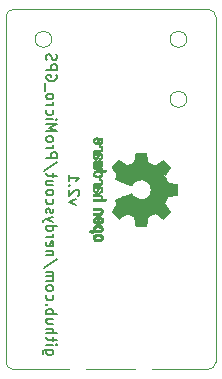
<source format=gbr>
%TF.GenerationSoftware,KiCad,Pcbnew,5.1.4-e60b266~84~ubuntu19.04.1*%
%TF.CreationDate,2020-03-13T22:18:47+00:00*%
%TF.ProjectId,ProMicro_GPS,50726f4d-6963-4726-9f5f-4750532e6b69,v2.2*%
%TF.SameCoordinates,Original*%
%TF.FileFunction,Legend,Bot*%
%TF.FilePolarity,Positive*%
%FSLAX45Y45*%
G04 Gerber Fmt 4.5, Leading zero omitted, Abs format (unit mm)*
G04 Created by KiCad (PCBNEW 5.1.4-e60b266~84~ubuntu19.04.1) date 2020-03-13 22:18:47*
%MOMM*%
%LPD*%
G04 APERTURE LIST*
%ADD10C,0.200000*%
%ADD11C,0.100000*%
%ADD12C,0.120000*%
%ADD13C,0.010000*%
%ADD14O,1.600000X1.600000*%
%ADD15R,1.600000X1.600000*%
%ADD16C,1.000000*%
%ADD17R,1.350000X4.200000*%
G04 APERTURE END LIST*
D10*
X12782786Y-9907571D02*
X12722786Y-9886143D01*
X12782786Y-9864714D01*
X12804214Y-9834714D02*
X12808500Y-9830429D01*
X12812786Y-9821857D01*
X12812786Y-9800429D01*
X12808500Y-9791857D01*
X12804214Y-9787571D01*
X12795643Y-9783286D01*
X12787071Y-9783286D01*
X12774214Y-9787571D01*
X12722786Y-9839000D01*
X12722786Y-9783286D01*
X12731357Y-9744714D02*
X12727071Y-9740429D01*
X12722786Y-9744714D01*
X12727071Y-9749000D01*
X12731357Y-9744714D01*
X12722786Y-9744714D01*
X12722786Y-9654714D02*
X12722786Y-9706143D01*
X12722786Y-9680429D02*
X12812786Y-9680429D01*
X12799928Y-9689000D01*
X12791357Y-9697571D01*
X12787071Y-9706143D01*
X12592286Y-11136000D02*
X12519428Y-11136000D01*
X12510857Y-11140286D01*
X12506571Y-11144571D01*
X12502286Y-11153143D01*
X12502286Y-11166000D01*
X12506571Y-11174571D01*
X12536571Y-11136000D02*
X12532286Y-11144571D01*
X12532286Y-11161714D01*
X12536571Y-11170286D01*
X12540857Y-11174571D01*
X12549428Y-11178857D01*
X12575143Y-11178857D01*
X12583714Y-11174571D01*
X12588000Y-11170286D01*
X12592286Y-11161714D01*
X12592286Y-11144571D01*
X12588000Y-11136000D01*
X12532286Y-11093143D02*
X12592286Y-11093143D01*
X12622286Y-11093143D02*
X12618000Y-11097429D01*
X12613714Y-11093143D01*
X12618000Y-11088857D01*
X12622286Y-11093143D01*
X12613714Y-11093143D01*
X12592286Y-11063143D02*
X12592286Y-11028857D01*
X12622286Y-11050286D02*
X12545143Y-11050286D01*
X12536571Y-11046000D01*
X12532286Y-11037429D01*
X12532286Y-11028857D01*
X12532286Y-10998857D02*
X12622286Y-10998857D01*
X12532286Y-10960286D02*
X12579428Y-10960286D01*
X12588000Y-10964571D01*
X12592286Y-10973143D01*
X12592286Y-10986000D01*
X12588000Y-10994571D01*
X12583714Y-10998857D01*
X12592286Y-10878857D02*
X12532286Y-10878857D01*
X12592286Y-10917429D02*
X12545143Y-10917429D01*
X12536571Y-10913143D01*
X12532286Y-10904571D01*
X12532286Y-10891714D01*
X12536571Y-10883143D01*
X12540857Y-10878857D01*
X12532286Y-10836000D02*
X12622286Y-10836000D01*
X12588000Y-10836000D02*
X12592286Y-10827429D01*
X12592286Y-10810286D01*
X12588000Y-10801714D01*
X12583714Y-10797429D01*
X12575143Y-10793143D01*
X12549428Y-10793143D01*
X12540857Y-10797429D01*
X12536571Y-10801714D01*
X12532286Y-10810286D01*
X12532286Y-10827429D01*
X12536571Y-10836000D01*
X12540857Y-10754571D02*
X12536571Y-10750286D01*
X12532286Y-10754571D01*
X12536571Y-10758857D01*
X12540857Y-10754571D01*
X12532286Y-10754571D01*
X12536571Y-10673143D02*
X12532286Y-10681714D01*
X12532286Y-10698857D01*
X12536571Y-10707429D01*
X12540857Y-10711714D01*
X12549428Y-10716000D01*
X12575143Y-10716000D01*
X12583714Y-10711714D01*
X12588000Y-10707429D01*
X12592286Y-10698857D01*
X12592286Y-10681714D01*
X12588000Y-10673143D01*
X12532286Y-10621714D02*
X12536571Y-10630286D01*
X12540857Y-10634571D01*
X12549428Y-10638857D01*
X12575143Y-10638857D01*
X12583714Y-10634571D01*
X12588000Y-10630286D01*
X12592286Y-10621714D01*
X12592286Y-10608857D01*
X12588000Y-10600286D01*
X12583714Y-10596000D01*
X12575143Y-10591714D01*
X12549428Y-10591714D01*
X12540857Y-10596000D01*
X12536571Y-10600286D01*
X12532286Y-10608857D01*
X12532286Y-10621714D01*
X12532286Y-10553143D02*
X12592286Y-10553143D01*
X12583714Y-10553143D02*
X12588000Y-10548857D01*
X12592286Y-10540286D01*
X12592286Y-10527429D01*
X12588000Y-10518857D01*
X12579428Y-10514571D01*
X12532286Y-10514571D01*
X12579428Y-10514571D02*
X12588000Y-10510286D01*
X12592286Y-10501714D01*
X12592286Y-10488857D01*
X12588000Y-10480286D01*
X12579428Y-10476000D01*
X12532286Y-10476000D01*
X12626571Y-10368857D02*
X12510857Y-10446000D01*
X12592286Y-10338857D02*
X12532286Y-10338857D01*
X12583714Y-10338857D02*
X12588000Y-10334571D01*
X12592286Y-10326000D01*
X12592286Y-10313143D01*
X12588000Y-10304571D01*
X12579428Y-10300286D01*
X12532286Y-10300286D01*
X12536571Y-10223143D02*
X12532286Y-10231714D01*
X12532286Y-10248857D01*
X12536571Y-10257429D01*
X12545143Y-10261714D01*
X12579428Y-10261714D01*
X12588000Y-10257429D01*
X12592286Y-10248857D01*
X12592286Y-10231714D01*
X12588000Y-10223143D01*
X12579428Y-10218857D01*
X12570857Y-10218857D01*
X12562286Y-10261714D01*
X12532286Y-10180286D02*
X12592286Y-10180286D01*
X12575143Y-10180286D02*
X12583714Y-10176000D01*
X12588000Y-10171714D01*
X12592286Y-10163143D01*
X12592286Y-10154571D01*
X12532286Y-10086000D02*
X12622286Y-10086000D01*
X12536571Y-10086000D02*
X12532286Y-10094571D01*
X12532286Y-10111714D01*
X12536571Y-10120286D01*
X12540857Y-10124571D01*
X12549428Y-10128857D01*
X12575143Y-10128857D01*
X12583714Y-10124571D01*
X12588000Y-10120286D01*
X12592286Y-10111714D01*
X12592286Y-10094571D01*
X12588000Y-10086000D01*
X12592286Y-10051714D02*
X12532286Y-10030286D01*
X12592286Y-10008857D02*
X12532286Y-10030286D01*
X12510857Y-10038857D01*
X12506571Y-10043143D01*
X12502286Y-10051714D01*
X12536571Y-9978857D02*
X12532286Y-9970286D01*
X12532286Y-9953143D01*
X12536571Y-9944571D01*
X12545143Y-9940286D01*
X12549428Y-9940286D01*
X12558000Y-9944571D01*
X12562286Y-9953143D01*
X12562286Y-9966000D01*
X12566571Y-9974571D01*
X12575143Y-9978857D01*
X12579428Y-9978857D01*
X12588000Y-9974571D01*
X12592286Y-9966000D01*
X12592286Y-9953143D01*
X12588000Y-9944571D01*
X12536571Y-9863143D02*
X12532286Y-9871714D01*
X12532286Y-9888857D01*
X12536571Y-9897429D01*
X12540857Y-9901714D01*
X12549428Y-9906000D01*
X12575143Y-9906000D01*
X12583714Y-9901714D01*
X12588000Y-9897429D01*
X12592286Y-9888857D01*
X12592286Y-9871714D01*
X12588000Y-9863143D01*
X12532286Y-9811714D02*
X12536571Y-9820286D01*
X12540857Y-9824571D01*
X12549428Y-9828857D01*
X12575143Y-9828857D01*
X12583714Y-9824571D01*
X12588000Y-9820286D01*
X12592286Y-9811714D01*
X12592286Y-9798857D01*
X12588000Y-9790286D01*
X12583714Y-9786000D01*
X12575143Y-9781714D01*
X12549428Y-9781714D01*
X12540857Y-9786000D01*
X12536571Y-9790286D01*
X12532286Y-9798857D01*
X12532286Y-9811714D01*
X12592286Y-9704571D02*
X12532286Y-9704571D01*
X12592286Y-9743143D02*
X12545143Y-9743143D01*
X12536571Y-9738857D01*
X12532286Y-9730286D01*
X12532286Y-9717429D01*
X12536571Y-9708857D01*
X12540857Y-9704571D01*
X12592286Y-9674571D02*
X12592286Y-9640286D01*
X12622286Y-9661714D02*
X12545143Y-9661714D01*
X12536571Y-9657429D01*
X12532286Y-9648857D01*
X12532286Y-9640286D01*
X12626571Y-9546000D02*
X12510857Y-9623143D01*
X12532286Y-9516000D02*
X12622286Y-9516000D01*
X12622286Y-9481714D01*
X12618000Y-9473143D01*
X12613714Y-9468857D01*
X12605143Y-9464571D01*
X12592286Y-9464571D01*
X12583714Y-9468857D01*
X12579428Y-9473143D01*
X12575143Y-9481714D01*
X12575143Y-9516000D01*
X12532286Y-9426000D02*
X12592286Y-9426000D01*
X12575143Y-9426000D02*
X12583714Y-9421714D01*
X12588000Y-9417429D01*
X12592286Y-9408857D01*
X12592286Y-9400286D01*
X12532286Y-9357429D02*
X12536571Y-9366000D01*
X12540857Y-9370286D01*
X12549428Y-9374571D01*
X12575143Y-9374571D01*
X12583714Y-9370286D01*
X12588000Y-9366000D01*
X12592286Y-9357429D01*
X12592286Y-9344571D01*
X12588000Y-9336000D01*
X12583714Y-9331714D01*
X12575143Y-9327429D01*
X12549428Y-9327429D01*
X12540857Y-9331714D01*
X12536571Y-9336000D01*
X12532286Y-9344571D01*
X12532286Y-9357429D01*
X12532286Y-9288857D02*
X12622286Y-9288857D01*
X12558000Y-9258857D01*
X12622286Y-9228857D01*
X12532286Y-9228857D01*
X12532286Y-9186000D02*
X12592286Y-9186000D01*
X12622286Y-9186000D02*
X12618000Y-9190286D01*
X12613714Y-9186000D01*
X12618000Y-9181714D01*
X12622286Y-9186000D01*
X12613714Y-9186000D01*
X12536571Y-9104571D02*
X12532286Y-9113143D01*
X12532286Y-9130286D01*
X12536571Y-9138857D01*
X12540857Y-9143143D01*
X12549428Y-9147429D01*
X12575143Y-9147429D01*
X12583714Y-9143143D01*
X12588000Y-9138857D01*
X12592286Y-9130286D01*
X12592286Y-9113143D01*
X12588000Y-9104571D01*
X12532286Y-9066000D02*
X12592286Y-9066000D01*
X12575143Y-9066000D02*
X12583714Y-9061714D01*
X12588000Y-9057429D01*
X12592286Y-9048857D01*
X12592286Y-9040286D01*
X12532286Y-8997429D02*
X12536571Y-9006000D01*
X12540857Y-9010286D01*
X12549428Y-9014571D01*
X12575143Y-9014571D01*
X12583714Y-9010286D01*
X12588000Y-9006000D01*
X12592286Y-8997429D01*
X12592286Y-8984571D01*
X12588000Y-8976000D01*
X12583714Y-8971714D01*
X12575143Y-8967429D01*
X12549428Y-8967429D01*
X12540857Y-8971714D01*
X12536571Y-8976000D01*
X12532286Y-8984571D01*
X12532286Y-8997429D01*
X12523714Y-8950286D02*
X12523714Y-8881714D01*
X12618000Y-8813143D02*
X12622286Y-8821714D01*
X12622286Y-8834571D01*
X12618000Y-8847429D01*
X12609428Y-8856000D01*
X12600857Y-8860286D01*
X12583714Y-8864571D01*
X12570857Y-8864571D01*
X12553714Y-8860286D01*
X12545143Y-8856000D01*
X12536571Y-8847429D01*
X12532286Y-8834571D01*
X12532286Y-8826000D01*
X12536571Y-8813143D01*
X12540857Y-8808857D01*
X12570857Y-8808857D01*
X12570857Y-8826000D01*
X12532286Y-8770286D02*
X12622286Y-8770286D01*
X12622286Y-8736000D01*
X12618000Y-8727429D01*
X12613714Y-8723143D01*
X12605143Y-8718857D01*
X12592286Y-8718857D01*
X12583714Y-8723143D01*
X12579428Y-8727429D01*
X12575143Y-8736000D01*
X12575143Y-8770286D01*
X12536571Y-8684571D02*
X12532286Y-8671714D01*
X12532286Y-8650286D01*
X12536571Y-8641714D01*
X12540857Y-8637429D01*
X12549428Y-8633143D01*
X12558000Y-8633143D01*
X12566571Y-8637429D01*
X12570857Y-8641714D01*
X12575143Y-8650286D01*
X12579428Y-8667429D01*
X12583714Y-8676000D01*
X12588000Y-8680286D01*
X12596571Y-8684571D01*
X12605143Y-8684571D01*
X12613714Y-8680286D01*
X12618000Y-8676000D01*
X12622286Y-8667429D01*
X12622286Y-8646000D01*
X12618000Y-8633143D01*
D11*
X12255500Y-11303000D02*
G75*
G02X12192000Y-11239500I0J63500D01*
G01*
X12192000Y-8318500D02*
G75*
G02X12255500Y-8255000I63500J0D01*
G01*
X13906500Y-8255000D02*
G75*
G02X13970000Y-8318500I0J-63500D01*
G01*
X13970000Y-11239500D02*
G75*
G02X13906500Y-11303000I-63500J0D01*
G01*
X13970000Y-8318500D02*
X13970000Y-11239500D01*
X12255500Y-8255000D02*
X13906500Y-8255000D01*
X12192000Y-11239500D02*
X12192000Y-8318500D01*
X13906500Y-11303000D02*
X12255500Y-11303000D01*
D12*
X12579500Y-8509000D02*
G75*
G03X12579500Y-8509000I-70000J0D01*
G01*
X13722500Y-8509000D02*
G75*
G03X13722500Y-8509000I-70000J0D01*
G01*
X13722500Y-9017000D02*
G75*
G03X13722500Y-9017000I-70000J0D01*
G01*
D13*
G36*
X13642722Y-9765012D02*
G01*
X13642664Y-9754439D01*
X13642508Y-9746787D01*
X13642203Y-9741563D01*
X13641700Y-9738274D01*
X13640951Y-9736426D01*
X13639906Y-9735527D01*
X13638515Y-9735084D01*
X13638335Y-9735041D01*
X13635085Y-9734367D01*
X13628675Y-9733119D01*
X13619785Y-9731428D01*
X13609098Y-9729423D01*
X13597297Y-9727234D01*
X13596882Y-9727157D01*
X13585317Y-9724964D01*
X13575099Y-9722912D01*
X13566840Y-9721134D01*
X13561154Y-9719762D01*
X13558654Y-9718928D01*
X13558610Y-9718888D01*
X13557389Y-9716432D01*
X13555354Y-9711369D01*
X13552945Y-9704791D01*
X13552933Y-9704754D01*
X13549818Y-9696468D01*
X13545851Y-9686700D01*
X13541862Y-9677492D01*
X13541665Y-9677057D01*
X13534858Y-9662059D01*
X13557536Y-9628850D01*
X13564450Y-9618663D01*
X13570630Y-9609434D01*
X13575727Y-9601700D01*
X13579387Y-9595994D01*
X13581261Y-9592851D01*
X13581400Y-9592552D01*
X13580781Y-9590268D01*
X13577796Y-9586002D01*
X13572305Y-9579587D01*
X13564167Y-9570858D01*
X13555508Y-9561947D01*
X13546975Y-9553356D01*
X13539189Y-9545667D01*
X13532630Y-9539344D01*
X13527779Y-9534848D01*
X13525117Y-9532642D01*
X13524980Y-9532560D01*
X13523154Y-9532317D01*
X13520170Y-9533235D01*
X13515628Y-9535543D01*
X13509123Y-9539466D01*
X13500253Y-9545233D01*
X13488834Y-9552921D01*
X13478784Y-9559743D01*
X13469770Y-9565842D01*
X13462315Y-9570864D01*
X13456943Y-9574458D01*
X13454178Y-9576271D01*
X13453990Y-9576385D01*
X13451341Y-9576164D01*
X13446191Y-9574486D01*
X13439515Y-9571686D01*
X13437383Y-9570688D01*
X13427884Y-9566333D01*
X13417106Y-9561687D01*
X13407781Y-9557912D01*
X13400859Y-9555193D01*
X13395599Y-9553033D01*
X13392850Y-9551784D01*
X13392638Y-9551629D01*
X13392288Y-9549333D01*
X13391326Y-9543921D01*
X13389891Y-9536113D01*
X13388119Y-9526628D01*
X13386147Y-9516186D01*
X13384113Y-9505506D01*
X13382151Y-9495307D01*
X13380401Y-9486311D01*
X13378998Y-9479235D01*
X13378079Y-9474799D01*
X13377819Y-9473712D01*
X13377178Y-9472588D01*
X13375730Y-9471740D01*
X13372987Y-9471129D01*
X13368459Y-9470717D01*
X13361658Y-9470466D01*
X13352095Y-9470338D01*
X13339282Y-9470295D01*
X13334030Y-9470292D01*
X13291315Y-9470292D01*
X13289291Y-9480550D01*
X13288193Y-9486257D01*
X13286590Y-9494773D01*
X13284677Y-9505063D01*
X13282645Y-9516090D01*
X13282087Y-9519139D01*
X13280108Y-9529315D01*
X13278163Y-9538180D01*
X13276430Y-9544989D01*
X13275091Y-9549000D01*
X13274692Y-9549668D01*
X13271866Y-9551308D01*
X13266389Y-9553660D01*
X13259341Y-9556268D01*
X13257823Y-9556786D01*
X13248410Y-9560204D01*
X13237790Y-9564448D01*
X13228253Y-9568600D01*
X13228208Y-9568621D01*
X13213247Y-9575536D01*
X13146338Y-9530049D01*
X13117088Y-9559250D01*
X13108383Y-9568082D01*
X13100709Y-9576138D01*
X13094476Y-9582964D01*
X13090094Y-9588109D01*
X13087973Y-9591121D01*
X13087838Y-9591553D01*
X13088898Y-9594089D01*
X13091845Y-9599264D01*
X13096329Y-9606513D01*
X13102002Y-9615271D01*
X13108354Y-9624739D01*
X13114833Y-9634348D01*
X13120471Y-9642916D01*
X13124921Y-9649898D01*
X13127836Y-9654751D01*
X13128869Y-9656922D01*
X13127995Y-9659571D01*
X13125691Y-9664594D01*
X13122437Y-9670955D01*
X13122075Y-9671629D01*
X13117779Y-9680195D01*
X13115672Y-9686069D01*
X13115650Y-9689723D01*
X13117607Y-9691627D01*
X13117635Y-9691638D01*
X13119953Y-9692590D01*
X13125456Y-9694860D01*
X13133718Y-9698272D01*
X13144313Y-9702650D01*
X13156815Y-9707818D01*
X13170798Y-9713601D01*
X13184336Y-9719201D01*
X13199277Y-9725355D01*
X13213117Y-9731006D01*
X13225433Y-9735984D01*
X13235800Y-9740119D01*
X13243794Y-9743243D01*
X13248991Y-9745186D01*
X13250931Y-9745785D01*
X13253156Y-9744283D01*
X13256702Y-9740356D01*
X13260611Y-9735119D01*
X13272975Y-9720206D01*
X13287148Y-9708549D01*
X13302830Y-9700288D01*
X13319722Y-9695563D01*
X13337528Y-9694514D01*
X13345746Y-9695277D01*
X13362797Y-9699432D01*
X13377854Y-9706588D01*
X13390769Y-9716301D01*
X13401394Y-9728127D01*
X13409579Y-9741622D01*
X13415177Y-9756343D01*
X13418038Y-9771846D01*
X13418016Y-9787686D01*
X13414959Y-9803421D01*
X13408722Y-9818605D01*
X13399154Y-9832797D01*
X13393743Y-9838720D01*
X13379848Y-9850080D01*
X13364664Y-9857989D01*
X13348633Y-9862501D01*
X13332199Y-9863668D01*
X13315803Y-9861543D01*
X13299888Y-9856178D01*
X13284897Y-9847626D01*
X13271273Y-9835940D01*
X13260611Y-9822881D01*
X13256536Y-9817441D01*
X13253028Y-9813599D01*
X13250927Y-9812215D01*
X13248636Y-9812940D01*
X13243163Y-9815000D01*
X13234933Y-9818225D01*
X13224368Y-9822448D01*
X13211895Y-9827498D01*
X13197936Y-9833205D01*
X13184333Y-9838815D01*
X13169380Y-9845003D01*
X13155523Y-9850736D01*
X13143189Y-9855836D01*
X13132804Y-9860127D01*
X13124792Y-9863435D01*
X13119580Y-9865582D01*
X13117635Y-9866378D01*
X13115658Y-9868257D01*
X13115663Y-9871893D01*
X13117756Y-9877752D01*
X13122039Y-9886303D01*
X13122075Y-9886371D01*
X13125399Y-9892809D01*
X13127820Y-9898014D01*
X13128860Y-9900949D01*
X13128869Y-9901078D01*
X13127814Y-9903288D01*
X13124882Y-9908165D01*
X13120417Y-9915167D01*
X13114769Y-9923749D01*
X13108354Y-9933261D01*
X13101859Y-9942946D01*
X13096210Y-9951675D01*
X13091758Y-9958882D01*
X13088851Y-9964002D01*
X13087838Y-9966447D01*
X13089169Y-9968699D01*
X13092889Y-9973226D01*
X13098587Y-9979576D01*
X13105855Y-9987296D01*
X13114283Y-9995935D01*
X13117098Y-9998760D01*
X13146358Y-10027971D01*
X13178990Y-10005737D01*
X13189010Y-9998980D01*
X13198004Y-9993049D01*
X13205449Y-9988278D01*
X13210825Y-9984999D01*
X13213611Y-9983545D01*
X13213809Y-9983503D01*
X13216434Y-9984269D01*
X13221716Y-9986331D01*
X13228769Y-9989332D01*
X13233491Y-9991438D01*
X13242531Y-9995375D01*
X13251663Y-9999084D01*
X13259380Y-10001959D01*
X13261731Y-10002740D01*
X13268008Y-10004958D01*
X13272859Y-10007127D01*
X13274692Y-10008319D01*
X13275814Y-10010948D01*
X13277405Y-10016686D01*
X13279283Y-10024788D01*
X13281270Y-10034511D01*
X13282087Y-10038862D01*
X13284117Y-10049910D01*
X13286083Y-10060508D01*
X13287791Y-10069620D01*
X13289048Y-10076209D01*
X13289291Y-10077450D01*
X13291315Y-10087708D01*
X13334030Y-10087708D01*
X13348075Y-10087685D01*
X13358702Y-10087590D01*
X13366399Y-10087386D01*
X13371654Y-10087034D01*
X13374957Y-10086496D01*
X13376795Y-10085733D01*
X13377659Y-10084709D01*
X13377819Y-10084289D01*
X13378387Y-10081753D01*
X13379520Y-10076152D01*
X13381082Y-10068204D01*
X13382935Y-10058629D01*
X13384943Y-10048147D01*
X13386969Y-10037477D01*
X13388875Y-10027339D01*
X13390526Y-10018452D01*
X13391784Y-10011536D01*
X13392512Y-10007311D01*
X13392638Y-10006371D01*
X13394324Y-10005519D01*
X13398813Y-10003634D01*
X13405257Y-10001068D01*
X13407781Y-10000088D01*
X13417531Y-9996135D01*
X13428304Y-9991481D01*
X13437383Y-9987312D01*
X13444325Y-9984245D01*
X13450029Y-9982204D01*
X13453522Y-9981523D01*
X13453990Y-9981632D01*
X13456201Y-9983072D01*
X13461117Y-9986359D01*
X13468215Y-9991141D01*
X13476972Y-9997065D01*
X13486864Y-10003779D01*
X13488817Y-10005106D01*
X13500386Y-10012895D01*
X13509196Y-10018621D01*
X13515651Y-10022512D01*
X13520159Y-10024796D01*
X13523124Y-10025701D01*
X13524951Y-10025455D01*
X13524963Y-10025449D01*
X13527364Y-10023517D01*
X13532005Y-10019245D01*
X13538406Y-10013095D01*
X13546085Y-10005530D01*
X13554562Y-9997014D01*
X13555508Y-9996054D01*
X13565901Y-9985321D01*
X13573532Y-9977039D01*
X13578543Y-9971040D01*
X13581073Y-9967158D01*
X13581400Y-9965448D01*
X13579975Y-9962953D01*
X13576684Y-9957775D01*
X13571879Y-9950448D01*
X13565911Y-9941508D01*
X13559131Y-9931489D01*
X13557536Y-9929150D01*
X13534858Y-9895941D01*
X13541665Y-9880944D01*
X13545631Y-9871823D01*
X13549621Y-9862033D01*
X13552802Y-9853617D01*
X13552933Y-9853246D01*
X13555342Y-9846663D01*
X13557380Y-9841588D01*
X13558606Y-9839116D01*
X13558610Y-9839112D01*
X13560827Y-9838327D01*
X13566278Y-9836993D01*
X13574352Y-9835243D01*
X13584435Y-9833208D01*
X13595914Y-9831022D01*
X13596882Y-9830843D01*
X13608710Y-9828650D01*
X13619446Y-9826636D01*
X13628408Y-9824932D01*
X13634915Y-9823667D01*
X13638283Y-9822972D01*
X13638335Y-9822959D01*
X13639767Y-9822536D01*
X13640849Y-9821713D01*
X13641629Y-9819997D01*
X13642157Y-9816894D01*
X13642482Y-9811912D01*
X13642653Y-9804558D01*
X13642719Y-9794337D01*
X13642731Y-9780758D01*
X13642731Y-9779000D01*
X13642722Y-9765012D01*
X13642722Y-9765012D01*
G37*
X13642722Y-9765012D02*
X13642664Y-9754439D01*
X13642508Y-9746787D01*
X13642203Y-9741563D01*
X13641700Y-9738274D01*
X13640951Y-9736426D01*
X13639906Y-9735527D01*
X13638515Y-9735084D01*
X13638335Y-9735041D01*
X13635085Y-9734367D01*
X13628675Y-9733119D01*
X13619785Y-9731428D01*
X13609098Y-9729423D01*
X13597297Y-9727234D01*
X13596882Y-9727157D01*
X13585317Y-9724964D01*
X13575099Y-9722912D01*
X13566840Y-9721134D01*
X13561154Y-9719762D01*
X13558654Y-9718928D01*
X13558610Y-9718888D01*
X13557389Y-9716432D01*
X13555354Y-9711369D01*
X13552945Y-9704791D01*
X13552933Y-9704754D01*
X13549818Y-9696468D01*
X13545851Y-9686700D01*
X13541862Y-9677492D01*
X13541665Y-9677057D01*
X13534858Y-9662059D01*
X13557536Y-9628850D01*
X13564450Y-9618663D01*
X13570630Y-9609434D01*
X13575727Y-9601700D01*
X13579387Y-9595994D01*
X13581261Y-9592851D01*
X13581400Y-9592552D01*
X13580781Y-9590268D01*
X13577796Y-9586002D01*
X13572305Y-9579587D01*
X13564167Y-9570858D01*
X13555508Y-9561947D01*
X13546975Y-9553356D01*
X13539189Y-9545667D01*
X13532630Y-9539344D01*
X13527779Y-9534848D01*
X13525117Y-9532642D01*
X13524980Y-9532560D01*
X13523154Y-9532317D01*
X13520170Y-9533235D01*
X13515628Y-9535543D01*
X13509123Y-9539466D01*
X13500253Y-9545233D01*
X13488834Y-9552921D01*
X13478784Y-9559743D01*
X13469770Y-9565842D01*
X13462315Y-9570864D01*
X13456943Y-9574458D01*
X13454178Y-9576271D01*
X13453990Y-9576385D01*
X13451341Y-9576164D01*
X13446191Y-9574486D01*
X13439515Y-9571686D01*
X13437383Y-9570688D01*
X13427884Y-9566333D01*
X13417106Y-9561687D01*
X13407781Y-9557912D01*
X13400859Y-9555193D01*
X13395599Y-9553033D01*
X13392850Y-9551784D01*
X13392638Y-9551629D01*
X13392288Y-9549333D01*
X13391326Y-9543921D01*
X13389891Y-9536113D01*
X13388119Y-9526628D01*
X13386147Y-9516186D01*
X13384113Y-9505506D01*
X13382151Y-9495307D01*
X13380401Y-9486311D01*
X13378998Y-9479235D01*
X13378079Y-9474799D01*
X13377819Y-9473712D01*
X13377178Y-9472588D01*
X13375730Y-9471740D01*
X13372987Y-9471129D01*
X13368459Y-9470717D01*
X13361658Y-9470466D01*
X13352095Y-9470338D01*
X13339282Y-9470295D01*
X13334030Y-9470292D01*
X13291315Y-9470292D01*
X13289291Y-9480550D01*
X13288193Y-9486257D01*
X13286590Y-9494773D01*
X13284677Y-9505063D01*
X13282645Y-9516090D01*
X13282087Y-9519139D01*
X13280108Y-9529315D01*
X13278163Y-9538180D01*
X13276430Y-9544989D01*
X13275091Y-9549000D01*
X13274692Y-9549668D01*
X13271866Y-9551308D01*
X13266389Y-9553660D01*
X13259341Y-9556268D01*
X13257823Y-9556786D01*
X13248410Y-9560204D01*
X13237790Y-9564448D01*
X13228253Y-9568600D01*
X13228208Y-9568621D01*
X13213247Y-9575536D01*
X13146338Y-9530049D01*
X13117088Y-9559250D01*
X13108383Y-9568082D01*
X13100709Y-9576138D01*
X13094476Y-9582964D01*
X13090094Y-9588109D01*
X13087973Y-9591121D01*
X13087838Y-9591553D01*
X13088898Y-9594089D01*
X13091845Y-9599264D01*
X13096329Y-9606513D01*
X13102002Y-9615271D01*
X13108354Y-9624739D01*
X13114833Y-9634348D01*
X13120471Y-9642916D01*
X13124921Y-9649898D01*
X13127836Y-9654751D01*
X13128869Y-9656922D01*
X13127995Y-9659571D01*
X13125691Y-9664594D01*
X13122437Y-9670955D01*
X13122075Y-9671629D01*
X13117779Y-9680195D01*
X13115672Y-9686069D01*
X13115650Y-9689723D01*
X13117607Y-9691627D01*
X13117635Y-9691638D01*
X13119953Y-9692590D01*
X13125456Y-9694860D01*
X13133718Y-9698272D01*
X13144313Y-9702650D01*
X13156815Y-9707818D01*
X13170798Y-9713601D01*
X13184336Y-9719201D01*
X13199277Y-9725355D01*
X13213117Y-9731006D01*
X13225433Y-9735984D01*
X13235800Y-9740119D01*
X13243794Y-9743243D01*
X13248991Y-9745186D01*
X13250931Y-9745785D01*
X13253156Y-9744283D01*
X13256702Y-9740356D01*
X13260611Y-9735119D01*
X13272975Y-9720206D01*
X13287148Y-9708549D01*
X13302830Y-9700288D01*
X13319722Y-9695563D01*
X13337528Y-9694514D01*
X13345746Y-9695277D01*
X13362797Y-9699432D01*
X13377854Y-9706588D01*
X13390769Y-9716301D01*
X13401394Y-9728127D01*
X13409579Y-9741622D01*
X13415177Y-9756343D01*
X13418038Y-9771846D01*
X13418016Y-9787686D01*
X13414959Y-9803421D01*
X13408722Y-9818605D01*
X13399154Y-9832797D01*
X13393743Y-9838720D01*
X13379848Y-9850080D01*
X13364664Y-9857989D01*
X13348633Y-9862501D01*
X13332199Y-9863668D01*
X13315803Y-9861543D01*
X13299888Y-9856178D01*
X13284897Y-9847626D01*
X13271273Y-9835940D01*
X13260611Y-9822881D01*
X13256536Y-9817441D01*
X13253028Y-9813599D01*
X13250927Y-9812215D01*
X13248636Y-9812940D01*
X13243163Y-9815000D01*
X13234933Y-9818225D01*
X13224368Y-9822448D01*
X13211895Y-9827498D01*
X13197936Y-9833205D01*
X13184333Y-9838815D01*
X13169380Y-9845003D01*
X13155523Y-9850736D01*
X13143189Y-9855836D01*
X13132804Y-9860127D01*
X13124792Y-9863435D01*
X13119580Y-9865582D01*
X13117635Y-9866378D01*
X13115658Y-9868257D01*
X13115663Y-9871893D01*
X13117756Y-9877752D01*
X13122039Y-9886303D01*
X13122075Y-9886371D01*
X13125399Y-9892809D01*
X13127820Y-9898014D01*
X13128860Y-9900949D01*
X13128869Y-9901078D01*
X13127814Y-9903288D01*
X13124882Y-9908165D01*
X13120417Y-9915167D01*
X13114769Y-9923749D01*
X13108354Y-9933261D01*
X13101859Y-9942946D01*
X13096210Y-9951675D01*
X13091758Y-9958882D01*
X13088851Y-9964002D01*
X13087838Y-9966447D01*
X13089169Y-9968699D01*
X13092889Y-9973226D01*
X13098587Y-9979576D01*
X13105855Y-9987296D01*
X13114283Y-9995935D01*
X13117098Y-9998760D01*
X13146358Y-10027971D01*
X13178990Y-10005737D01*
X13189010Y-9998980D01*
X13198004Y-9993049D01*
X13205449Y-9988278D01*
X13210825Y-9984999D01*
X13213611Y-9983545D01*
X13213809Y-9983503D01*
X13216434Y-9984269D01*
X13221716Y-9986331D01*
X13228769Y-9989332D01*
X13233491Y-9991438D01*
X13242531Y-9995375D01*
X13251663Y-9999084D01*
X13259380Y-10001959D01*
X13261731Y-10002740D01*
X13268008Y-10004958D01*
X13272859Y-10007127D01*
X13274692Y-10008319D01*
X13275814Y-10010948D01*
X13277405Y-10016686D01*
X13279283Y-10024788D01*
X13281270Y-10034511D01*
X13282087Y-10038862D01*
X13284117Y-10049910D01*
X13286083Y-10060508D01*
X13287791Y-10069620D01*
X13289048Y-10076209D01*
X13289291Y-10077450D01*
X13291315Y-10087708D01*
X13334030Y-10087708D01*
X13348075Y-10087685D01*
X13358702Y-10087590D01*
X13366399Y-10087386D01*
X13371654Y-10087034D01*
X13374957Y-10086496D01*
X13376795Y-10085733D01*
X13377659Y-10084709D01*
X13377819Y-10084289D01*
X13378387Y-10081753D01*
X13379520Y-10076152D01*
X13381082Y-10068204D01*
X13382935Y-10058629D01*
X13384943Y-10048147D01*
X13386969Y-10037477D01*
X13388875Y-10027339D01*
X13390526Y-10018452D01*
X13391784Y-10011536D01*
X13392512Y-10007311D01*
X13392638Y-10006371D01*
X13394324Y-10005519D01*
X13398813Y-10003634D01*
X13405257Y-10001068D01*
X13407781Y-10000088D01*
X13417531Y-9996135D01*
X13428304Y-9991481D01*
X13437383Y-9987312D01*
X13444325Y-9984245D01*
X13450029Y-9982204D01*
X13453522Y-9981523D01*
X13453990Y-9981632D01*
X13456201Y-9983072D01*
X13461117Y-9986359D01*
X13468215Y-9991141D01*
X13476972Y-9997065D01*
X13486864Y-10003779D01*
X13488817Y-10005106D01*
X13500386Y-10012895D01*
X13509196Y-10018621D01*
X13515651Y-10022512D01*
X13520159Y-10024796D01*
X13523124Y-10025701D01*
X13524951Y-10025455D01*
X13524963Y-10025449D01*
X13527364Y-10023517D01*
X13532005Y-10019245D01*
X13538406Y-10013095D01*
X13546085Y-10005530D01*
X13554562Y-9997014D01*
X13555508Y-9996054D01*
X13565901Y-9985321D01*
X13573532Y-9977039D01*
X13578543Y-9971040D01*
X13581073Y-9967158D01*
X13581400Y-9965448D01*
X13579975Y-9962953D01*
X13576684Y-9957775D01*
X13571879Y-9950448D01*
X13565911Y-9941508D01*
X13559131Y-9931489D01*
X13557536Y-9929150D01*
X13534858Y-9895941D01*
X13541665Y-9880944D01*
X13545631Y-9871823D01*
X13549621Y-9862033D01*
X13552802Y-9853617D01*
X13552933Y-9853246D01*
X13555342Y-9846663D01*
X13557380Y-9841588D01*
X13558606Y-9839116D01*
X13558610Y-9839112D01*
X13560827Y-9838327D01*
X13566278Y-9836993D01*
X13574352Y-9835243D01*
X13584435Y-9833208D01*
X13595914Y-9831022D01*
X13596882Y-9830843D01*
X13608710Y-9828650D01*
X13619446Y-9826636D01*
X13628408Y-9824932D01*
X13634915Y-9823667D01*
X13638283Y-9822972D01*
X13638335Y-9822959D01*
X13639767Y-9822536D01*
X13640849Y-9821713D01*
X13641629Y-9819997D01*
X13642157Y-9816894D01*
X13642482Y-9811912D01*
X13642653Y-9804558D01*
X13642719Y-9794337D01*
X13642731Y-9780758D01*
X13642731Y-9779000D01*
X13642722Y-9765012D01*
G36*
X13006716Y-9354478D02*
G01*
X13001664Y-9346747D01*
X12997141Y-9343019D01*
X12988934Y-9340065D01*
X12982439Y-9339830D01*
X12973755Y-9340362D01*
X12964990Y-9360389D01*
X12960511Y-9370126D01*
X12956909Y-9376489D01*
X12953788Y-9379797D01*
X12950756Y-9380372D01*
X12947419Y-9378534D01*
X12945208Y-9376508D01*
X12941661Y-9370611D01*
X12941412Y-9364198D01*
X12944176Y-9358307D01*
X12949668Y-9353980D01*
X12951607Y-9353206D01*
X12957664Y-9349499D01*
X12960245Y-9345235D01*
X12962453Y-9339385D01*
X12954082Y-9339385D01*
X12948385Y-9339902D01*
X12943581Y-9341928D01*
X12938065Y-9346174D01*
X12937349Y-9346805D01*
X12932441Y-9351528D01*
X12929808Y-9355588D01*
X12928596Y-9360667D01*
X12928200Y-9364878D01*
X12928101Y-9372410D01*
X12929353Y-9377771D01*
X12931213Y-9381116D01*
X12935302Y-9386373D01*
X12939725Y-9390012D01*
X12945287Y-9392315D01*
X12952795Y-9393564D01*
X12963055Y-9394041D01*
X12968262Y-9394079D01*
X12974505Y-9393950D01*
X12974505Y-9382153D01*
X12971156Y-9382016D01*
X12970608Y-9381675D01*
X12971353Y-9379425D01*
X12973325Y-9374582D01*
X12976128Y-9368109D01*
X12976731Y-9366756D01*
X12980890Y-9358576D01*
X12984546Y-9354069D01*
X12987970Y-9353078D01*
X12991435Y-9355447D01*
X12992966Y-9357404D01*
X12996028Y-9364464D01*
X12995522Y-9371072D01*
X12991785Y-9376604D01*
X12985153Y-9380436D01*
X12979888Y-9381665D01*
X12974505Y-9382153D01*
X12974505Y-9393950D01*
X12980428Y-9393827D01*
X12989429Y-9392897D01*
X12995983Y-9391054D01*
X13000809Y-9388064D01*
X13004623Y-9383692D01*
X13005856Y-9381786D01*
X13009066Y-9373127D01*
X13009268Y-9363648D01*
X13006716Y-9354478D01*
X13006716Y-9354478D01*
G37*
X13006716Y-9354478D02*
X13001664Y-9346747D01*
X12997141Y-9343019D01*
X12988934Y-9340065D01*
X12982439Y-9339830D01*
X12973755Y-9340362D01*
X12964990Y-9360389D01*
X12960511Y-9370126D01*
X12956909Y-9376489D01*
X12953788Y-9379797D01*
X12950756Y-9380372D01*
X12947419Y-9378534D01*
X12945208Y-9376508D01*
X12941661Y-9370611D01*
X12941412Y-9364198D01*
X12944176Y-9358307D01*
X12949668Y-9353980D01*
X12951607Y-9353206D01*
X12957664Y-9349499D01*
X12960245Y-9345235D01*
X12962453Y-9339385D01*
X12954082Y-9339385D01*
X12948385Y-9339902D01*
X12943581Y-9341928D01*
X12938065Y-9346174D01*
X12937349Y-9346805D01*
X12932441Y-9351528D01*
X12929808Y-9355588D01*
X12928596Y-9360667D01*
X12928200Y-9364878D01*
X12928101Y-9372410D01*
X12929353Y-9377771D01*
X12931213Y-9381116D01*
X12935302Y-9386373D01*
X12939725Y-9390012D01*
X12945287Y-9392315D01*
X12952795Y-9393564D01*
X12963055Y-9394041D01*
X12968262Y-9394079D01*
X12974505Y-9393950D01*
X12974505Y-9382153D01*
X12971156Y-9382016D01*
X12970608Y-9381675D01*
X12971353Y-9379425D01*
X12973325Y-9374582D01*
X12976128Y-9368109D01*
X12976731Y-9366756D01*
X12980890Y-9358576D01*
X12984546Y-9354069D01*
X12987970Y-9353078D01*
X12991435Y-9355447D01*
X12992966Y-9357404D01*
X12996028Y-9364464D01*
X12995522Y-9371072D01*
X12991785Y-9376604D01*
X12985153Y-9380436D01*
X12979888Y-9381665D01*
X12974505Y-9382153D01*
X12974505Y-9393950D01*
X12980428Y-9393827D01*
X12989429Y-9392897D01*
X12995983Y-9391054D01*
X13000809Y-9388064D01*
X13004623Y-9383692D01*
X13005856Y-9381786D01*
X13009066Y-9373127D01*
X13009268Y-9363648D01*
X13006716Y-9354478D01*
G36*
X13007822Y-9421919D02*
G01*
X13006801Y-9419584D01*
X13002387Y-9414010D01*
X12996003Y-9409243D01*
X12989191Y-9406295D01*
X12985833Y-9405815D01*
X12981144Y-9407424D01*
X12978663Y-9410953D01*
X12977161Y-9414736D01*
X12976884Y-9416468D01*
X12978893Y-9417311D01*
X12983265Y-9418977D01*
X12985240Y-9419708D01*
X12992073Y-9423805D01*
X12995481Y-9429738D01*
X12995376Y-9437345D01*
X12995242Y-9437908D01*
X12993316Y-9441970D01*
X12989562Y-9444955D01*
X12983519Y-9446995D01*
X12974725Y-9448216D01*
X12962719Y-9448750D01*
X12956330Y-9448800D01*
X12946260Y-9448825D01*
X12939395Y-9448987D01*
X12935033Y-9449420D01*
X12932472Y-9450255D01*
X12931010Y-9451624D01*
X12929944Y-9453659D01*
X12929890Y-9453777D01*
X12928233Y-9457696D01*
X12927623Y-9459638D01*
X12929468Y-9459937D01*
X12934568Y-9460192D01*
X12942269Y-9460386D01*
X12951919Y-9460500D01*
X12958982Y-9460523D01*
X12972647Y-9460407D01*
X12983015Y-9459952D01*
X12990689Y-9459000D01*
X12996275Y-9457392D01*
X13000379Y-9454969D01*
X13003605Y-9451571D01*
X13005856Y-9448217D01*
X13008852Y-9440150D01*
X13009528Y-9430762D01*
X13007822Y-9421919D01*
X13007822Y-9421919D01*
G37*
X13007822Y-9421919D02*
X13006801Y-9419584D01*
X13002387Y-9414010D01*
X12996003Y-9409243D01*
X12989191Y-9406295D01*
X12985833Y-9405815D01*
X12981144Y-9407424D01*
X12978663Y-9410953D01*
X12977161Y-9414736D01*
X12976884Y-9416468D01*
X12978893Y-9417311D01*
X12983265Y-9418977D01*
X12985240Y-9419708D01*
X12992073Y-9423805D01*
X12995481Y-9429738D01*
X12995376Y-9437345D01*
X12995242Y-9437908D01*
X12993316Y-9441970D01*
X12989562Y-9444955D01*
X12983519Y-9446995D01*
X12974725Y-9448216D01*
X12962719Y-9448750D01*
X12956330Y-9448800D01*
X12946260Y-9448825D01*
X12939395Y-9448987D01*
X12935033Y-9449420D01*
X12932472Y-9450255D01*
X12931010Y-9451624D01*
X12929944Y-9453659D01*
X12929890Y-9453777D01*
X12928233Y-9457696D01*
X12927623Y-9459638D01*
X12929468Y-9459937D01*
X12934568Y-9460192D01*
X12942269Y-9460386D01*
X12951919Y-9460500D01*
X12958982Y-9460523D01*
X12972647Y-9460407D01*
X12983015Y-9459952D01*
X12990689Y-9459000D01*
X12996275Y-9457392D01*
X13000379Y-9454969D01*
X13003605Y-9451571D01*
X13005856Y-9448217D01*
X13008852Y-9440150D01*
X13009528Y-9430762D01*
X13007822Y-9421919D01*
G36*
X13008147Y-9490267D02*
G01*
X13005588Y-9484641D01*
X13002488Y-9480225D01*
X12999020Y-9476990D01*
X12994548Y-9474756D01*
X12988431Y-9473345D01*
X12980030Y-9472579D01*
X12968706Y-9472278D01*
X12961249Y-9472246D01*
X12932158Y-9472246D01*
X12929890Y-9477223D01*
X12928233Y-9481142D01*
X12927623Y-9483084D01*
X12929439Y-9483456D01*
X12934335Y-9483751D01*
X12941485Y-9483931D01*
X12947161Y-9483969D01*
X12955363Y-9484134D01*
X12961869Y-9484578D01*
X12965853Y-9485226D01*
X12966700Y-9485741D01*
X12965835Y-9489202D01*
X12963618Y-9494636D01*
X12960611Y-9500928D01*
X12957381Y-9506963D01*
X12954490Y-9511628D01*
X12952504Y-9513807D01*
X12952482Y-9513816D01*
X12948806Y-9513629D01*
X12945297Y-9511948D01*
X12942447Y-9508996D01*
X12941494Y-9504688D01*
X12941605Y-9501007D01*
X12941687Y-9495793D01*
X12940465Y-9493056D01*
X12937238Y-9491412D01*
X12936629Y-9491205D01*
X12932026Y-9490492D01*
X12929231Y-9492398D01*
X12927899Y-9497365D01*
X12927653Y-9502730D01*
X12929479Y-9512386D01*
X12932087Y-9517384D01*
X12938213Y-9523557D01*
X12945733Y-9526831D01*
X12953679Y-9527125D01*
X12961083Y-9524358D01*
X12965723Y-9520195D01*
X12968321Y-9516040D01*
X12971609Y-9509508D01*
X12974944Y-9501896D01*
X12975454Y-9500627D01*
X12979143Y-9492267D01*
X12982395Y-9487447D01*
X12985628Y-9485897D01*
X12989261Y-9487345D01*
X12992100Y-9489831D01*
X12995596Y-9495706D01*
X12995858Y-9502171D01*
X12993164Y-9508099D01*
X12987791Y-9512366D01*
X12986405Y-9512926D01*
X12981306Y-9516187D01*
X12977521Y-9520947D01*
X12974415Y-9526954D01*
X12983223Y-9526954D01*
X12988605Y-9526600D01*
X12992847Y-9525084D01*
X12997372Y-9521723D01*
X13000858Y-9518497D01*
X13005794Y-9513479D01*
X13008445Y-9509581D01*
X13009509Y-9505394D01*
X13009685Y-9500654D01*
X13008147Y-9490267D01*
X13008147Y-9490267D01*
G37*
X13008147Y-9490267D02*
X13005588Y-9484641D01*
X13002488Y-9480225D01*
X12999020Y-9476990D01*
X12994548Y-9474756D01*
X12988431Y-9473345D01*
X12980030Y-9472579D01*
X12968706Y-9472278D01*
X12961249Y-9472246D01*
X12932158Y-9472246D01*
X12929890Y-9477223D01*
X12928233Y-9481142D01*
X12927623Y-9483084D01*
X12929439Y-9483456D01*
X12934335Y-9483751D01*
X12941485Y-9483931D01*
X12947161Y-9483969D01*
X12955363Y-9484134D01*
X12961869Y-9484578D01*
X12965853Y-9485226D01*
X12966700Y-9485741D01*
X12965835Y-9489202D01*
X12963618Y-9494636D01*
X12960611Y-9500928D01*
X12957381Y-9506963D01*
X12954490Y-9511628D01*
X12952504Y-9513807D01*
X12952482Y-9513816D01*
X12948806Y-9513629D01*
X12945297Y-9511948D01*
X12942447Y-9508996D01*
X12941494Y-9504688D01*
X12941605Y-9501007D01*
X12941687Y-9495793D01*
X12940465Y-9493056D01*
X12937238Y-9491412D01*
X12936629Y-9491205D01*
X12932026Y-9490492D01*
X12929231Y-9492398D01*
X12927899Y-9497365D01*
X12927653Y-9502730D01*
X12929479Y-9512386D01*
X12932087Y-9517384D01*
X12938213Y-9523557D01*
X12945733Y-9526831D01*
X12953679Y-9527125D01*
X12961083Y-9524358D01*
X12965723Y-9520195D01*
X12968321Y-9516040D01*
X12971609Y-9509508D01*
X12974944Y-9501896D01*
X12975454Y-9500627D01*
X12979143Y-9492267D01*
X12982395Y-9487447D01*
X12985628Y-9485897D01*
X12989261Y-9487345D01*
X12992100Y-9489831D01*
X12995596Y-9495706D01*
X12995858Y-9502171D01*
X12993164Y-9508099D01*
X12987791Y-9512366D01*
X12986405Y-9512926D01*
X12981306Y-9516187D01*
X12977521Y-9520947D01*
X12974415Y-9526954D01*
X12983223Y-9526954D01*
X12988605Y-9526600D01*
X12992847Y-9525084D01*
X12997372Y-9521723D01*
X13000858Y-9518497D01*
X13005794Y-9513479D01*
X13008445Y-9509581D01*
X13009509Y-9505394D01*
X13009685Y-9500654D01*
X13008147Y-9490267D01*
G36*
X13007834Y-9539407D02*
G01*
X13002693Y-9539109D01*
X12994881Y-9538875D01*
X12985014Y-9538725D01*
X12974666Y-9538677D01*
X12939647Y-9538677D01*
X12933464Y-9544860D01*
X12929654Y-9549121D01*
X12928110Y-9552861D01*
X12928208Y-9557973D01*
X12928457Y-9560002D01*
X12929180Y-9566345D01*
X12929594Y-9571591D01*
X12929633Y-9572869D01*
X12929382Y-9577180D01*
X12928754Y-9583346D01*
X12928457Y-9585736D01*
X12927997Y-9591608D01*
X12928995Y-9595554D01*
X12932077Y-9599466D01*
X12933464Y-9600879D01*
X12939647Y-9607062D01*
X13005150Y-9607062D01*
X13007417Y-9602085D01*
X13009097Y-9597800D01*
X13009685Y-9595293D01*
X13007826Y-9594650D01*
X13002634Y-9594049D01*
X12994683Y-9593530D01*
X12984545Y-9593134D01*
X12975981Y-9592942D01*
X12942277Y-9592408D01*
X12941617Y-9587744D01*
X12942079Y-9583502D01*
X12943571Y-9581424D01*
X12946362Y-9580843D01*
X12952307Y-9580347D01*
X12960653Y-9579975D01*
X12970647Y-9579768D01*
X12975790Y-9579738D01*
X13005395Y-9579708D01*
X13007540Y-9573555D01*
X13008998Y-9569200D01*
X13009678Y-9566831D01*
X13009685Y-9566762D01*
X13007836Y-9566525D01*
X13002709Y-9566263D01*
X12994935Y-9566001D01*
X12985143Y-9565758D01*
X12975981Y-9565589D01*
X12942277Y-9565054D01*
X12942277Y-9553331D01*
X12973025Y-9552793D01*
X13003774Y-9552255D01*
X13006729Y-9546540D01*
X13008759Y-9542320D01*
X13009680Y-9539823D01*
X13009685Y-9539751D01*
X13007834Y-9539407D01*
X13007834Y-9539407D01*
G37*
X13007834Y-9539407D02*
X13002693Y-9539109D01*
X12994881Y-9538875D01*
X12985014Y-9538725D01*
X12974666Y-9538677D01*
X12939647Y-9538677D01*
X12933464Y-9544860D01*
X12929654Y-9549121D01*
X12928110Y-9552861D01*
X12928208Y-9557973D01*
X12928457Y-9560002D01*
X12929180Y-9566345D01*
X12929594Y-9571591D01*
X12929633Y-9572869D01*
X12929382Y-9577180D01*
X12928754Y-9583346D01*
X12928457Y-9585736D01*
X12927997Y-9591608D01*
X12928995Y-9595554D01*
X12932077Y-9599466D01*
X12933464Y-9600879D01*
X12939647Y-9607062D01*
X13005150Y-9607062D01*
X13007417Y-9602085D01*
X13009097Y-9597800D01*
X13009685Y-9595293D01*
X13007826Y-9594650D01*
X13002634Y-9594049D01*
X12994683Y-9593530D01*
X12984545Y-9593134D01*
X12975981Y-9592942D01*
X12942277Y-9592408D01*
X12941617Y-9587744D01*
X12942079Y-9583502D01*
X12943571Y-9581424D01*
X12946362Y-9580843D01*
X12952307Y-9580347D01*
X12960653Y-9579975D01*
X12970647Y-9579768D01*
X12975790Y-9579738D01*
X13005395Y-9579708D01*
X13007540Y-9573555D01*
X13008998Y-9569200D01*
X13009678Y-9566831D01*
X13009685Y-9566762D01*
X13007836Y-9566525D01*
X13002709Y-9566263D01*
X12994935Y-9566001D01*
X12985143Y-9565758D01*
X12975981Y-9565589D01*
X12942277Y-9565054D01*
X12942277Y-9553331D01*
X12973025Y-9552793D01*
X13003774Y-9552255D01*
X13006729Y-9546540D01*
X13008759Y-9542320D01*
X13009680Y-9539823D01*
X13009685Y-9539751D01*
X13007834Y-9539407D01*
G36*
X12993471Y-9618792D02*
G01*
X12978868Y-9618817D01*
X12967634Y-9618913D01*
X12959232Y-9619121D01*
X12953123Y-9619481D01*
X12948769Y-9620034D01*
X12945632Y-9620820D01*
X12943174Y-9621879D01*
X12941771Y-9622682D01*
X12934161Y-9629327D01*
X12929392Y-9637753D01*
X12927680Y-9647075D01*
X12929245Y-9656410D01*
X12932058Y-9661969D01*
X12936924Y-9667804D01*
X12942867Y-9671781D01*
X12950649Y-9674181D01*
X12961035Y-9675284D01*
X12968654Y-9675440D01*
X12969201Y-9675419D01*
X12969201Y-9661769D01*
X12960464Y-9661686D01*
X12954681Y-9661304D01*
X12950897Y-9660425D01*
X12948160Y-9658853D01*
X12946096Y-9656973D01*
X12942111Y-9650663D01*
X12941770Y-9643886D01*
X12945097Y-9637482D01*
X12945548Y-9636984D01*
X12947893Y-9634856D01*
X12950683Y-9633522D01*
X12954836Y-9632800D01*
X12961268Y-9632508D01*
X12968380Y-9632462D01*
X12977314Y-9632562D01*
X12983274Y-9632976D01*
X12987191Y-9633876D01*
X12989996Y-9635433D01*
X12991486Y-9636710D01*
X12995242Y-9642640D01*
X12995694Y-9649470D01*
X12992825Y-9655989D01*
X12991759Y-9657247D01*
X12989394Y-9659389D01*
X12986575Y-9660726D01*
X12982375Y-9661443D01*
X12975868Y-9661728D01*
X12969201Y-9661769D01*
X12969201Y-9675419D01*
X12980923Y-9674968D01*
X12990142Y-9673364D01*
X12997073Y-9670347D01*
X13002479Y-9665637D01*
X13005249Y-9661969D01*
X13008243Y-9655301D01*
X13009632Y-9647573D01*
X13009260Y-9640389D01*
X13007760Y-9636369D01*
X13007333Y-9634792D01*
X13008925Y-9633745D01*
X13013191Y-9633014D01*
X13019689Y-9632462D01*
X13026927Y-9631856D01*
X13031281Y-9631016D01*
X13033771Y-9629486D01*
X13035415Y-9626814D01*
X13036144Y-9625135D01*
X13038804Y-9618785D01*
X12993471Y-9618792D01*
X12993471Y-9618792D01*
G37*
X12993471Y-9618792D02*
X12978868Y-9618817D01*
X12967634Y-9618913D01*
X12959232Y-9619121D01*
X12953123Y-9619481D01*
X12948769Y-9620034D01*
X12945632Y-9620820D01*
X12943174Y-9621879D01*
X12941771Y-9622682D01*
X12934161Y-9629327D01*
X12929392Y-9637753D01*
X12927680Y-9647075D01*
X12929245Y-9656410D01*
X12932058Y-9661969D01*
X12936924Y-9667804D01*
X12942867Y-9671781D01*
X12950649Y-9674181D01*
X12961035Y-9675284D01*
X12968654Y-9675440D01*
X12969201Y-9675419D01*
X12969201Y-9661769D01*
X12960464Y-9661686D01*
X12954681Y-9661304D01*
X12950897Y-9660425D01*
X12948160Y-9658853D01*
X12946096Y-9656973D01*
X12942111Y-9650663D01*
X12941770Y-9643886D01*
X12945097Y-9637482D01*
X12945548Y-9636984D01*
X12947893Y-9634856D01*
X12950683Y-9633522D01*
X12954836Y-9632800D01*
X12961268Y-9632508D01*
X12968380Y-9632462D01*
X12977314Y-9632562D01*
X12983274Y-9632976D01*
X12987191Y-9633876D01*
X12989996Y-9635433D01*
X12991486Y-9636710D01*
X12995242Y-9642640D01*
X12995694Y-9649470D01*
X12992825Y-9655989D01*
X12991759Y-9657247D01*
X12989394Y-9659389D01*
X12986575Y-9660726D01*
X12982375Y-9661443D01*
X12975868Y-9661728D01*
X12969201Y-9661769D01*
X12969201Y-9675419D01*
X12980923Y-9674968D01*
X12990142Y-9673364D01*
X12997073Y-9670347D01*
X13002479Y-9665637D01*
X13005249Y-9661969D01*
X13008243Y-9655301D01*
X13009632Y-9647573D01*
X13009260Y-9640389D01*
X13007760Y-9636369D01*
X13007333Y-9634792D01*
X13008925Y-9633745D01*
X13013191Y-9633014D01*
X13019689Y-9632462D01*
X13026927Y-9631856D01*
X13031281Y-9631016D01*
X13033771Y-9629486D01*
X13035415Y-9626814D01*
X13036144Y-9625135D01*
X13038804Y-9618785D01*
X12993471Y-9618792D01*
G36*
X13009033Y-9707664D02*
G01*
X13005758Y-9698788D01*
X12999965Y-9691598D01*
X12995887Y-9688786D01*
X12988405Y-9685720D01*
X12982994Y-9685784D01*
X12979355Y-9689001D01*
X12978737Y-9690192D01*
X12976807Y-9695333D01*
X12977302Y-9697958D01*
X12980541Y-9698847D01*
X12982331Y-9698892D01*
X12988914Y-9700520D01*
X12993519Y-9704764D01*
X12995744Y-9710661D01*
X12995184Y-9717253D01*
X12992277Y-9722611D01*
X12990619Y-9724420D01*
X12988607Y-9725703D01*
X12985567Y-9726569D01*
X12980821Y-9727130D01*
X12973695Y-9727497D01*
X12963512Y-9727779D01*
X12960288Y-9727852D01*
X12949259Y-9728118D01*
X12941496Y-9728421D01*
X12936360Y-9728875D01*
X12933211Y-9729595D01*
X12931408Y-9730697D01*
X12930311Y-9732294D01*
X12929827Y-9733317D01*
X12928170Y-9737659D01*
X12927623Y-9740216D01*
X12929449Y-9741061D01*
X12934970Y-9741576D01*
X12944250Y-9741765D01*
X12957352Y-9741631D01*
X12959373Y-9741589D01*
X12971327Y-9741294D01*
X12980055Y-9740945D01*
X12986241Y-9740449D01*
X12990566Y-9739711D01*
X12993714Y-9738638D01*
X12996366Y-9737136D01*
X12997502Y-9736350D01*
X13002531Y-9731845D01*
X13006442Y-9726806D01*
X13006783Y-9726189D01*
X13009479Y-9717154D01*
X13009033Y-9707664D01*
X13009033Y-9707664D01*
G37*
X13009033Y-9707664D02*
X13005758Y-9698788D01*
X12999965Y-9691598D01*
X12995887Y-9688786D01*
X12988405Y-9685720D01*
X12982994Y-9685784D01*
X12979355Y-9689001D01*
X12978737Y-9690192D01*
X12976807Y-9695333D01*
X12977302Y-9697958D01*
X12980541Y-9698847D01*
X12982331Y-9698892D01*
X12988914Y-9700520D01*
X12993519Y-9704764D01*
X12995744Y-9710661D01*
X12995184Y-9717253D01*
X12992277Y-9722611D01*
X12990619Y-9724420D01*
X12988607Y-9725703D01*
X12985567Y-9726569D01*
X12980821Y-9727130D01*
X12973695Y-9727497D01*
X12963512Y-9727779D01*
X12960288Y-9727852D01*
X12949259Y-9728118D01*
X12941496Y-9728421D01*
X12936360Y-9728875D01*
X12933211Y-9729595D01*
X12931408Y-9730697D01*
X12930311Y-9732294D01*
X12929827Y-9733317D01*
X12928170Y-9737659D01*
X12927623Y-9740216D01*
X12929449Y-9741061D01*
X12934970Y-9741576D01*
X12944250Y-9741765D01*
X12957352Y-9741631D01*
X12959373Y-9741589D01*
X12971327Y-9741294D01*
X12980055Y-9740945D01*
X12986241Y-9740449D01*
X12990566Y-9739711D01*
X12993714Y-9738638D01*
X12996366Y-9737136D01*
X12997502Y-9736350D01*
X13002531Y-9731845D01*
X13006442Y-9726806D01*
X13006783Y-9726189D01*
X13009479Y-9717154D01*
X13009033Y-9707664D01*
G36*
X13008870Y-9773650D02*
G01*
X13006027Y-9765994D01*
X13005972Y-9765906D01*
X13002487Y-9761172D01*
X12998415Y-9757676D01*
X12993107Y-9755218D01*
X12985919Y-9753594D01*
X12976201Y-9752603D01*
X12963307Y-9752041D01*
X12961470Y-9751992D01*
X12933771Y-9751286D01*
X12930697Y-9757231D01*
X12928620Y-9761532D01*
X12927635Y-9764129D01*
X12927623Y-9764249D01*
X12929439Y-9764699D01*
X12934339Y-9765056D01*
X12941497Y-9765275D01*
X12947293Y-9765323D01*
X12956683Y-9765324D01*
X12962580Y-9765753D01*
X12965392Y-9767250D01*
X12965529Y-9770452D01*
X12963400Y-9775999D01*
X12959486Y-9784373D01*
X12956236Y-9790531D01*
X12953415Y-9793698D01*
X12950342Y-9794629D01*
X12950190Y-9794631D01*
X12944895Y-9793094D01*
X12942034Y-9788545D01*
X12941620Y-9781583D01*
X12941692Y-9776569D01*
X12940247Y-9773925D01*
X12936778Y-9772276D01*
X12932358Y-9771327D01*
X12929851Y-9772694D01*
X12929492Y-9773209D01*
X12928050Y-9778058D01*
X12927846Y-9784847D01*
X12928802Y-9791839D01*
X12930548Y-9796793D01*
X12936364Y-9803643D01*
X12944459Y-9807537D01*
X12950784Y-9808308D01*
X12956489Y-9807719D01*
X12961146Y-9805590D01*
X12965282Y-9801374D01*
X12969424Y-9794524D01*
X12974101Y-9784496D01*
X12974365Y-9783885D01*
X12978538Y-9774851D01*
X12981961Y-9769277D01*
X12985036Y-9766887D01*
X12988169Y-9767409D01*
X12991762Y-9770567D01*
X12992588Y-9771512D01*
X12995794Y-9777838D01*
X12995659Y-9784394D01*
X12992516Y-9790103D01*
X12986698Y-9793891D01*
X12985555Y-9794243D01*
X12980016Y-9797670D01*
X12977348Y-9802019D01*
X12974704Y-9808308D01*
X12981545Y-9808308D01*
X12991489Y-9806395D01*
X13000610Y-9800717D01*
X13003661Y-9797762D01*
X13007577Y-9791046D01*
X13009350Y-9782504D01*
X13008870Y-9773650D01*
X13008870Y-9773650D01*
G37*
X13008870Y-9773650D02*
X13006027Y-9765994D01*
X13005972Y-9765906D01*
X13002487Y-9761172D01*
X12998415Y-9757676D01*
X12993107Y-9755218D01*
X12985919Y-9753594D01*
X12976201Y-9752603D01*
X12963307Y-9752041D01*
X12961470Y-9751992D01*
X12933771Y-9751286D01*
X12930697Y-9757231D01*
X12928620Y-9761532D01*
X12927635Y-9764129D01*
X12927623Y-9764249D01*
X12929439Y-9764699D01*
X12934339Y-9765056D01*
X12941497Y-9765275D01*
X12947293Y-9765323D01*
X12956683Y-9765324D01*
X12962580Y-9765753D01*
X12965392Y-9767250D01*
X12965529Y-9770452D01*
X12963400Y-9775999D01*
X12959486Y-9784373D01*
X12956236Y-9790531D01*
X12953415Y-9793698D01*
X12950342Y-9794629D01*
X12950190Y-9794631D01*
X12944895Y-9793094D01*
X12942034Y-9788545D01*
X12941620Y-9781583D01*
X12941692Y-9776569D01*
X12940247Y-9773925D01*
X12936778Y-9772276D01*
X12932358Y-9771327D01*
X12929851Y-9772694D01*
X12929492Y-9773209D01*
X12928050Y-9778058D01*
X12927846Y-9784847D01*
X12928802Y-9791839D01*
X12930548Y-9796793D01*
X12936364Y-9803643D01*
X12944459Y-9807537D01*
X12950784Y-9808308D01*
X12956489Y-9807719D01*
X12961146Y-9805590D01*
X12965282Y-9801374D01*
X12969424Y-9794524D01*
X12974101Y-9784496D01*
X12974365Y-9783885D01*
X12978538Y-9774851D01*
X12981961Y-9769277D01*
X12985036Y-9766887D01*
X12988169Y-9767409D01*
X12991762Y-9770567D01*
X12992588Y-9771512D01*
X12995794Y-9777838D01*
X12995659Y-9784394D01*
X12992516Y-9790103D01*
X12986698Y-9793891D01*
X12985555Y-9794243D01*
X12980016Y-9797670D01*
X12977348Y-9802019D01*
X12974704Y-9808308D01*
X12981545Y-9808308D01*
X12991489Y-9806395D01*
X13000610Y-9800717D01*
X13003661Y-9797762D01*
X13007577Y-9791046D01*
X13009350Y-9782504D01*
X13008870Y-9773650D01*
G36*
X13022288Y-9863015D02*
G01*
X13014302Y-9862443D01*
X13009596Y-9861785D01*
X13007543Y-9860874D01*
X13007517Y-9859540D01*
X13007762Y-9859108D01*
X13009536Y-9853356D01*
X13009433Y-9845873D01*
X13007609Y-9838266D01*
X13005249Y-9833508D01*
X13001480Y-9828630D01*
X12997214Y-9825064D01*
X12991794Y-9822616D01*
X12984562Y-9821091D01*
X12974858Y-9820297D01*
X12962026Y-9820038D01*
X12959564Y-9820034D01*
X12931913Y-9820031D01*
X12929768Y-9826184D01*
X12928309Y-9830554D01*
X12927629Y-9832952D01*
X12927623Y-9833022D01*
X12929465Y-9833259D01*
X12934547Y-9833459D01*
X12942201Y-9833610D01*
X12951757Y-9833695D01*
X12957567Y-9833708D01*
X12969023Y-9833735D01*
X12977233Y-9833875D01*
X12982861Y-9834215D01*
X12986567Y-9834843D01*
X12989016Y-9835847D01*
X12990867Y-9837314D01*
X12991759Y-9838230D01*
X12995353Y-9844521D01*
X12995622Y-9851386D01*
X12992583Y-9857615D01*
X12991486Y-9858767D01*
X12989422Y-9860457D01*
X12986974Y-9861629D01*
X12983435Y-9862377D01*
X12978097Y-9862795D01*
X12970253Y-9862976D01*
X12959438Y-9863015D01*
X12931913Y-9863015D01*
X12929768Y-9869169D01*
X12928309Y-9873539D01*
X12927629Y-9875936D01*
X12927623Y-9876007D01*
X12929493Y-9876187D01*
X12934768Y-9876350D01*
X12942944Y-9876488D01*
X12953519Y-9876596D01*
X12965991Y-9876666D01*
X12979854Y-9876692D01*
X13033319Y-9876692D01*
X13038676Y-9863992D01*
X13022288Y-9863015D01*
X13022288Y-9863015D01*
G37*
X13022288Y-9863015D02*
X13014302Y-9862443D01*
X13009596Y-9861785D01*
X13007543Y-9860874D01*
X13007517Y-9859540D01*
X13007762Y-9859108D01*
X13009536Y-9853356D01*
X13009433Y-9845873D01*
X13007609Y-9838266D01*
X13005249Y-9833508D01*
X13001480Y-9828630D01*
X12997214Y-9825064D01*
X12991794Y-9822616D01*
X12984562Y-9821091D01*
X12974858Y-9820297D01*
X12962026Y-9820038D01*
X12959564Y-9820034D01*
X12931913Y-9820031D01*
X12929768Y-9826184D01*
X12928309Y-9830554D01*
X12927629Y-9832952D01*
X12927623Y-9833022D01*
X12929465Y-9833259D01*
X12934547Y-9833459D01*
X12942201Y-9833610D01*
X12951757Y-9833695D01*
X12957567Y-9833708D01*
X12969023Y-9833735D01*
X12977233Y-9833875D01*
X12982861Y-9834215D01*
X12986567Y-9834843D01*
X12989016Y-9835847D01*
X12990867Y-9837314D01*
X12991759Y-9838230D01*
X12995353Y-9844521D01*
X12995622Y-9851386D01*
X12992583Y-9857615D01*
X12991486Y-9858767D01*
X12989422Y-9860457D01*
X12986974Y-9861629D01*
X12983435Y-9862377D01*
X12978097Y-9862795D01*
X12970253Y-9862976D01*
X12959438Y-9863015D01*
X12931913Y-9863015D01*
X12929768Y-9869169D01*
X12928309Y-9873539D01*
X12927629Y-9875936D01*
X12927623Y-9876007D01*
X12929493Y-9876187D01*
X12934768Y-9876350D01*
X12942944Y-9876488D01*
X12953519Y-9876596D01*
X12965991Y-9876666D01*
X12979854Y-9876692D01*
X13033319Y-9876692D01*
X13038676Y-9863992D01*
X13022288Y-9863015D01*
G36*
X13011525Y-10025575D02*
G01*
X13006343Y-10017871D01*
X12998859Y-10011918D01*
X12989335Y-10008362D01*
X12982324Y-10007643D01*
X12979399Y-10007725D01*
X12977159Y-10008409D01*
X12975153Y-10010289D01*
X12972927Y-10013959D01*
X12970029Y-10020014D01*
X12966007Y-10029047D01*
X12965987Y-10029092D01*
X12962179Y-10037407D01*
X12958797Y-10044225D01*
X12956207Y-10048850D01*
X12954770Y-10050584D01*
X12954759Y-10050585D01*
X12951631Y-10049056D01*
X12948184Y-10045480D01*
X12945701Y-10041376D01*
X12945208Y-10039296D01*
X12946914Y-10033623D01*
X12951187Y-10028737D01*
X12955884Y-10026354D01*
X12959348Y-10024060D01*
X12963292Y-10019568D01*
X12966699Y-10014288D01*
X12968552Y-10009629D01*
X12968654Y-10008655D01*
X12966978Y-10007558D01*
X12962696Y-10007492D01*
X12956922Y-10008298D01*
X12950771Y-10009817D01*
X12945359Y-10011891D01*
X12945149Y-10011996D01*
X12936434Y-10018238D01*
X12930506Y-10026327D01*
X12927597Y-10035514D01*
X12927937Y-10045049D01*
X12931757Y-10054180D01*
X12932026Y-10054586D01*
X12938536Y-10061769D01*
X12947029Y-10066493D01*
X12958198Y-10069107D01*
X12961336Y-10069457D01*
X12976146Y-10070079D01*
X12983053Y-10069334D01*
X12983053Y-10050585D01*
X12978745Y-10050341D01*
X12977487Y-10049009D01*
X12978428Y-10045687D01*
X12980652Y-10040451D01*
X12983439Y-10034598D01*
X12983513Y-10034452D01*
X12986122Y-10029491D01*
X12987864Y-10027500D01*
X12989689Y-10027991D01*
X12992088Y-10030058D01*
X12995559Y-10035318D01*
X12995814Y-10040982D01*
X12993288Y-10046063D01*
X12988415Y-10049572D01*
X12983053Y-10050585D01*
X12983053Y-10069334D01*
X12987996Y-10068801D01*
X12997394Y-10065522D01*
X13003978Y-10060958D01*
X13010632Y-10052720D01*
X13013932Y-10043645D01*
X13014143Y-10034382D01*
X13011525Y-10025575D01*
X13011525Y-10025575D01*
G37*
X13011525Y-10025575D02*
X13006343Y-10017871D01*
X12998859Y-10011918D01*
X12989335Y-10008362D01*
X12982324Y-10007643D01*
X12979399Y-10007725D01*
X12977159Y-10008409D01*
X12975153Y-10010289D01*
X12972927Y-10013959D01*
X12970029Y-10020014D01*
X12966007Y-10029047D01*
X12965987Y-10029092D01*
X12962179Y-10037407D01*
X12958797Y-10044225D01*
X12956207Y-10048850D01*
X12954770Y-10050584D01*
X12954759Y-10050585D01*
X12951631Y-10049056D01*
X12948184Y-10045480D01*
X12945701Y-10041376D01*
X12945208Y-10039296D01*
X12946914Y-10033623D01*
X12951187Y-10028737D01*
X12955884Y-10026354D01*
X12959348Y-10024060D01*
X12963292Y-10019568D01*
X12966699Y-10014288D01*
X12968552Y-10009629D01*
X12968654Y-10008655D01*
X12966978Y-10007558D01*
X12962696Y-10007492D01*
X12956922Y-10008298D01*
X12950771Y-10009817D01*
X12945359Y-10011891D01*
X12945149Y-10011996D01*
X12936434Y-10018238D01*
X12930506Y-10026327D01*
X12927597Y-10035514D01*
X12927937Y-10045049D01*
X12931757Y-10054180D01*
X12932026Y-10054586D01*
X12938536Y-10061769D01*
X12947029Y-10066493D01*
X12958198Y-10069107D01*
X12961336Y-10069457D01*
X12976146Y-10070079D01*
X12983053Y-10069334D01*
X12983053Y-10050585D01*
X12978745Y-10050341D01*
X12977487Y-10049009D01*
X12978428Y-10045687D01*
X12980652Y-10040451D01*
X12983439Y-10034598D01*
X12983513Y-10034452D01*
X12986122Y-10029491D01*
X12987864Y-10027500D01*
X12989689Y-10027991D01*
X12992088Y-10030058D01*
X12995559Y-10035318D01*
X12995814Y-10040982D01*
X12993288Y-10046063D01*
X12988415Y-10049572D01*
X12983053Y-10050585D01*
X12983053Y-10069334D01*
X12987996Y-10068801D01*
X12997394Y-10065522D01*
X13003978Y-10060958D01*
X13010632Y-10052720D01*
X13013932Y-10043645D01*
X13014143Y-10034382D01*
X13011525Y-10025575D01*
G36*
X13012774Y-10177311D02*
G01*
X13007959Y-10168154D01*
X13000209Y-10161395D01*
X12995227Y-10158994D01*
X12987747Y-10157126D01*
X12978295Y-10156170D01*
X12967979Y-10156079D01*
X12957906Y-10156808D01*
X12949185Y-10158310D01*
X12942921Y-10160539D01*
X12941842Y-10161224D01*
X12933789Y-10169337D01*
X12928966Y-10178973D01*
X12927555Y-10189430D01*
X12929737Y-10200003D01*
X12931045Y-10202946D01*
X12935077Y-10208676D01*
X12940422Y-10213705D01*
X12941100Y-10214180D01*
X12944368Y-10216112D01*
X12947861Y-10217389D01*
X12952459Y-10218144D01*
X12959042Y-10218508D01*
X12968489Y-10218614D01*
X12970608Y-10218615D01*
X12971282Y-10218611D01*
X12971282Y-10199077D01*
X12962365Y-10198963D01*
X12956448Y-10198516D01*
X12952626Y-10197575D01*
X12949995Y-10195982D01*
X12949115Y-10195169D01*
X12945774Y-10190494D01*
X12945926Y-10185955D01*
X12948825Y-10181366D01*
X12951919Y-10178629D01*
X12956436Y-10177008D01*
X12963558Y-10176097D01*
X12964389Y-10176035D01*
X12977296Y-10175880D01*
X12986883Y-10177504D01*
X12993089Y-10180885D01*
X12995857Y-10186002D01*
X12996008Y-10187828D01*
X12995249Y-10192624D01*
X12992619Y-10195905D01*
X12987590Y-10197911D01*
X12979634Y-10198882D01*
X12971282Y-10199077D01*
X12971282Y-10218611D01*
X12980675Y-10218543D01*
X12987709Y-10218237D01*
X12992584Y-10217568D01*
X12996171Y-10216404D01*
X12999345Y-10214615D01*
X12999935Y-10214219D01*
X13007890Y-10207573D01*
X13012507Y-10200332D01*
X13014340Y-10191515D01*
X13014430Y-10188521D01*
X13012774Y-10177311D01*
X13012774Y-10177311D01*
G37*
X13012774Y-10177311D02*
X13007959Y-10168154D01*
X13000209Y-10161395D01*
X12995227Y-10158994D01*
X12987747Y-10157126D01*
X12978295Y-10156170D01*
X12967979Y-10156079D01*
X12957906Y-10156808D01*
X12949185Y-10158310D01*
X12942921Y-10160539D01*
X12941842Y-10161224D01*
X12933789Y-10169337D01*
X12928966Y-10178973D01*
X12927555Y-10189430D01*
X12929737Y-10200003D01*
X12931045Y-10202946D01*
X12935077Y-10208676D01*
X12940422Y-10213705D01*
X12941100Y-10214180D01*
X12944368Y-10216112D01*
X12947861Y-10217389D01*
X12952459Y-10218144D01*
X12959042Y-10218508D01*
X12968489Y-10218614D01*
X12970608Y-10218615D01*
X12971282Y-10218611D01*
X12971282Y-10199077D01*
X12962365Y-10198963D01*
X12956448Y-10198516D01*
X12952626Y-10197575D01*
X12949995Y-10195982D01*
X12949115Y-10195169D01*
X12945774Y-10190494D01*
X12945926Y-10185955D01*
X12948825Y-10181366D01*
X12951919Y-10178629D01*
X12956436Y-10177008D01*
X12963558Y-10176097D01*
X12964389Y-10176035D01*
X12977296Y-10175880D01*
X12986883Y-10177504D01*
X12993089Y-10180885D01*
X12995857Y-10186002D01*
X12996008Y-10187828D01*
X12995249Y-10192624D01*
X12992619Y-10195905D01*
X12987590Y-10197911D01*
X12979634Y-10198882D01*
X12971282Y-10199077D01*
X12971282Y-10218611D01*
X12980675Y-10218543D01*
X12987709Y-10218237D01*
X12992584Y-10217568D01*
X12996171Y-10216404D01*
X12999345Y-10214615D01*
X12999935Y-10214219D01*
X13007890Y-10207573D01*
X13012507Y-10200332D01*
X13014340Y-10191515D01*
X13014430Y-10188521D01*
X13012774Y-10177311D01*
G36*
X13011991Y-9951834D02*
G01*
X13008364Y-9945563D01*
X13004764Y-9941204D01*
X13000992Y-9938016D01*
X12996380Y-9935819D01*
X12990258Y-9934435D01*
X12981957Y-9933685D01*
X12970808Y-9933388D01*
X12962794Y-9933354D01*
X12933293Y-9933354D01*
X12925848Y-9949962D01*
X12958160Y-9950939D01*
X12970227Y-9951342D01*
X12978986Y-9951766D01*
X12985035Y-9952290D01*
X12988973Y-9952998D01*
X12991399Y-9953969D01*
X12992912Y-9955286D01*
X12993239Y-9955708D01*
X12995797Y-9962109D01*
X12994785Y-9968579D01*
X12992100Y-9972431D01*
X12990198Y-9973998D01*
X12987701Y-9975082D01*
X12983917Y-9975771D01*
X12978150Y-9976152D01*
X12969706Y-9976312D01*
X12960907Y-9976339D01*
X12949868Y-9976344D01*
X12942054Y-9976533D01*
X12936783Y-9977166D01*
X12933376Y-9978502D01*
X12931149Y-9980802D01*
X12929421Y-9984325D01*
X12927626Y-9989030D01*
X12925672Y-9994170D01*
X12960351Y-9993558D01*
X12972853Y-9993312D01*
X12982092Y-9993023D01*
X12988712Y-9992610D01*
X12993358Y-9991989D01*
X12996674Y-9991077D01*
X12999306Y-9989792D01*
X13001627Y-9988242D01*
X13009043Y-9980763D01*
X13013332Y-9971637D01*
X13014359Y-9961712D01*
X13011991Y-9951834D01*
X13011991Y-9951834D01*
G37*
X13011991Y-9951834D02*
X13008364Y-9945563D01*
X13004764Y-9941204D01*
X13000992Y-9938016D01*
X12996380Y-9935819D01*
X12990258Y-9934435D01*
X12981957Y-9933685D01*
X12970808Y-9933388D01*
X12962794Y-9933354D01*
X12933293Y-9933354D01*
X12925848Y-9949962D01*
X12958160Y-9950939D01*
X12970227Y-9951342D01*
X12978986Y-9951766D01*
X12985035Y-9952290D01*
X12988973Y-9952998D01*
X12991399Y-9953969D01*
X12992912Y-9955286D01*
X12993239Y-9955708D01*
X12995797Y-9962109D01*
X12994785Y-9968579D01*
X12992100Y-9972431D01*
X12990198Y-9973998D01*
X12987701Y-9975082D01*
X12983917Y-9975771D01*
X12978150Y-9976152D01*
X12969706Y-9976312D01*
X12960907Y-9976339D01*
X12949868Y-9976344D01*
X12942054Y-9976533D01*
X12936783Y-9977166D01*
X12933376Y-9978502D01*
X12931149Y-9980802D01*
X12929421Y-9984325D01*
X12927626Y-9989030D01*
X12925672Y-9994170D01*
X12960351Y-9993558D01*
X12972853Y-9993312D01*
X12982092Y-9993023D01*
X12988712Y-9992610D01*
X12993358Y-9991989D01*
X12996674Y-9991077D01*
X12999306Y-9989792D01*
X13001627Y-9988242D01*
X13009043Y-9980763D01*
X13013332Y-9971637D01*
X13014359Y-9961712D01*
X13011991Y-9951834D01*
G36*
X13013049Y-10102111D02*
G01*
X13009327Y-10094646D01*
X13002474Y-10088057D01*
X12999935Y-10086242D01*
X12996613Y-10084266D01*
X12993005Y-10082983D01*
X12988190Y-10082249D01*
X12981246Y-10081919D01*
X12972079Y-10081846D01*
X12959517Y-10082174D01*
X12950085Y-10083312D01*
X12943048Y-10085496D01*
X12937671Y-10088958D01*
X12933221Y-10093933D01*
X12932958Y-10094299D01*
X12930262Y-10099202D01*
X12928929Y-10105106D01*
X12928600Y-10112614D01*
X12928600Y-10124821D01*
X12916750Y-10124826D01*
X12910151Y-10124939D01*
X12906280Y-10125631D01*
X12903958Y-10127440D01*
X12902007Y-10130904D01*
X12901608Y-10131736D01*
X12899740Y-10135628D01*
X12898560Y-10138642D01*
X12898458Y-10140883D01*
X12899824Y-10142457D01*
X12903048Y-10143470D01*
X12908520Y-10144028D01*
X12916629Y-10144237D01*
X12927766Y-10144202D01*
X12942320Y-10144030D01*
X12946673Y-10143976D01*
X12961679Y-10143783D01*
X12971496Y-10143610D01*
X12971496Y-10124831D01*
X12963164Y-10124725D01*
X12957712Y-10124256D01*
X12954116Y-10123195D01*
X12951352Y-10121313D01*
X12950003Y-10120035D01*
X12946058Y-10114811D01*
X12945737Y-10110186D01*
X12948995Y-10105413D01*
X12949115Y-10105292D01*
X12951633Y-10103351D01*
X12955055Y-10102169D01*
X12960325Y-10101574D01*
X12968387Y-10101388D01*
X12970173Y-10101385D01*
X12981282Y-10101833D01*
X12988984Y-10103293D01*
X12993685Y-10105935D01*
X12995795Y-10109932D01*
X12996008Y-10112242D01*
X12995010Y-10117724D01*
X12991725Y-10121484D01*
X12985714Y-10123748D01*
X12976540Y-10124739D01*
X12971496Y-10124831D01*
X12971496Y-10143610D01*
X12973294Y-10143578D01*
X12982032Y-10143313D01*
X12988409Y-10142939D01*
X12992942Y-10142409D01*
X12996144Y-10141674D01*
X12998533Y-10140686D01*
X13000624Y-10139395D01*
X13001410Y-10138842D01*
X13008840Y-10131503D01*
X13013053Y-10122224D01*
X13014228Y-10111490D01*
X13013049Y-10102111D01*
X13013049Y-10102111D01*
G37*
X13013049Y-10102111D02*
X13009327Y-10094646D01*
X13002474Y-10088057D01*
X12999935Y-10086242D01*
X12996613Y-10084266D01*
X12993005Y-10082983D01*
X12988190Y-10082249D01*
X12981246Y-10081919D01*
X12972079Y-10081846D01*
X12959517Y-10082174D01*
X12950085Y-10083312D01*
X12943048Y-10085496D01*
X12937671Y-10088958D01*
X12933221Y-10093933D01*
X12932958Y-10094299D01*
X12930262Y-10099202D01*
X12928929Y-10105106D01*
X12928600Y-10112614D01*
X12928600Y-10124821D01*
X12916750Y-10124826D01*
X12910151Y-10124939D01*
X12906280Y-10125631D01*
X12903958Y-10127440D01*
X12902007Y-10130904D01*
X12901608Y-10131736D01*
X12899740Y-10135628D01*
X12898560Y-10138642D01*
X12898458Y-10140883D01*
X12899824Y-10142457D01*
X12903048Y-10143470D01*
X12908520Y-10144028D01*
X12916629Y-10144237D01*
X12927766Y-10144202D01*
X12942320Y-10144030D01*
X12946673Y-10143976D01*
X12961679Y-10143783D01*
X12971496Y-10143610D01*
X12971496Y-10124831D01*
X12963164Y-10124725D01*
X12957712Y-10124256D01*
X12954116Y-10123195D01*
X12951352Y-10121313D01*
X12950003Y-10120035D01*
X12946058Y-10114811D01*
X12945737Y-10110186D01*
X12948995Y-10105413D01*
X12949115Y-10105292D01*
X12951633Y-10103351D01*
X12955055Y-10102169D01*
X12960325Y-10101574D01*
X12968387Y-10101388D01*
X12970173Y-10101385D01*
X12981282Y-10101833D01*
X12988984Y-10103293D01*
X12993685Y-10105935D01*
X12995795Y-10109932D01*
X12996008Y-10112242D01*
X12995010Y-10117724D01*
X12991725Y-10121484D01*
X12985714Y-10123748D01*
X12976540Y-10124739D01*
X12971496Y-10124831D01*
X12971496Y-10143610D01*
X12973294Y-10143578D01*
X12982032Y-10143313D01*
X12988409Y-10142939D01*
X12992942Y-10142409D01*
X12996144Y-10141674D01*
X12998533Y-10140686D01*
X13000624Y-10139395D01*
X13001410Y-10138842D01*
X13008840Y-10131503D01*
X13013053Y-10122224D01*
X13014228Y-10111490D01*
X13013049Y-10102111D01*
%LPC*%
D14*
X12319000Y-11176000D03*
X12319000Y-10922000D03*
X12319000Y-10668000D03*
X13843000Y-8382000D03*
X12319000Y-10414000D03*
X13843000Y-8636000D03*
X12319000Y-10160000D03*
X13843000Y-8890000D03*
X12319000Y-9906000D03*
X13843000Y-9144000D03*
X12319000Y-9652000D03*
X13843000Y-9398000D03*
X12319000Y-9398000D03*
X13843000Y-9652000D03*
X12319000Y-9144000D03*
X13843000Y-9906000D03*
X12319000Y-8890000D03*
X13843000Y-10160000D03*
X12319000Y-8636000D03*
X13843000Y-10414000D03*
X12319000Y-8382000D03*
X13843000Y-10668000D03*
X13843000Y-10922000D03*
D15*
X13843000Y-11176000D03*
D16*
X12509500Y-8509000D03*
X13652500Y-8509000D03*
X13652500Y-9017000D03*
D17*
X13363500Y-11112500D03*
X12798500Y-11112500D03*
M02*

</source>
